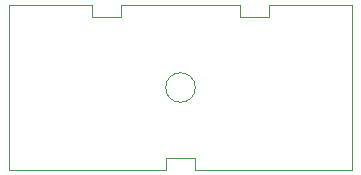
<source format=gbr>
%TF.GenerationSoftware,KiCad,Pcbnew,7.0.9*%
%TF.CreationDate,2024-02-15T17:21:19-06:00*%
%TF.ProjectId,MUX,4d55582e-6b69-4636-9164-5f7063625858,rev?*%
%TF.SameCoordinates,Original*%
%TF.FileFunction,Profile,NP*%
%FSLAX46Y46*%
G04 Gerber Fmt 4.6, Leading zero omitted, Abs format (unit mm)*
G04 Created by KiCad (PCBNEW 7.0.9) date 2024-02-15 17:21:19*
%MOMM*%
%LPD*%
G01*
G04 APERTURE LIST*
%TA.AperFunction,Profile*%
%ADD10C,0.100000*%
%TD*%
G04 APERTURE END LIST*
D10*
X147500000Y-81500000D02*
X150000000Y-81500000D01*
X150000000Y-80500000D01*
X160000000Y-80500000D01*
X160000000Y-81500000D01*
X162500000Y-81500000D01*
X162500000Y-80500000D01*
X169500000Y-80500000D01*
X169500000Y-94500000D01*
X156250000Y-94500000D01*
X156250000Y-93500000D01*
X153750000Y-93500000D01*
X153750000Y-94500000D01*
X140500000Y-94500000D01*
X140500000Y-80500000D01*
X147500000Y-80500000D01*
X147500000Y-81500000D01*
X165100001Y-81280000D02*
G75*
G03*
X165100001Y-81280000I-1J0D01*
G01*
X156250000Y-87500000D02*
G75*
G03*
X156250000Y-87500000I-1250000J0D01*
G01*
M02*

</source>
